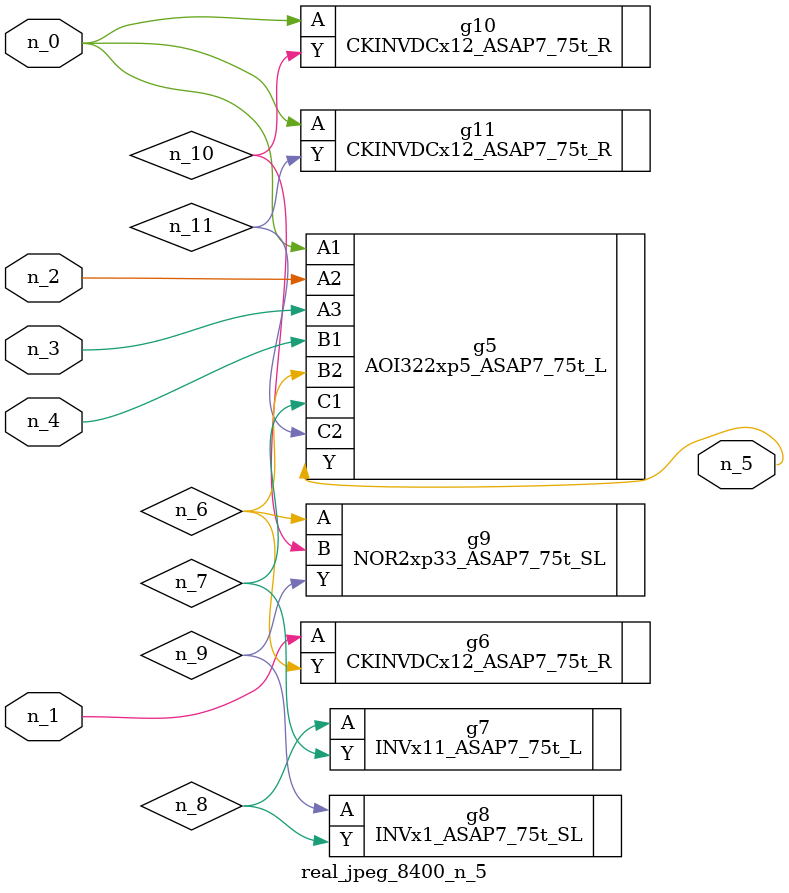
<source format=v>
module real_jpeg_8400_n_5 (n_4, n_0, n_1, n_2, n_3, n_5);

input n_4;
input n_0;
input n_1;
input n_2;
input n_3;

output n_5;

wire n_8;
wire n_11;
wire n_6;
wire n_7;
wire n_10;
wire n_9;

AOI322xp5_ASAP7_75t_L g5 ( 
.A1(n_0),
.A2(n_2),
.A3(n_3),
.B1(n_4),
.B2(n_6),
.C1(n_7),
.C2(n_11),
.Y(n_5)
);

CKINVDCx12_ASAP7_75t_R g10 ( 
.A(n_0),
.Y(n_10)
);

CKINVDCx12_ASAP7_75t_R g11 ( 
.A(n_0),
.Y(n_11)
);

CKINVDCx12_ASAP7_75t_R g6 ( 
.A(n_1),
.Y(n_6)
);

NOR2xp33_ASAP7_75t_SL g9 ( 
.A(n_6),
.B(n_10),
.Y(n_9)
);

INVx11_ASAP7_75t_L g7 ( 
.A(n_8),
.Y(n_7)
);

INVx1_ASAP7_75t_SL g8 ( 
.A(n_9),
.Y(n_8)
);


endmodule
</source>
